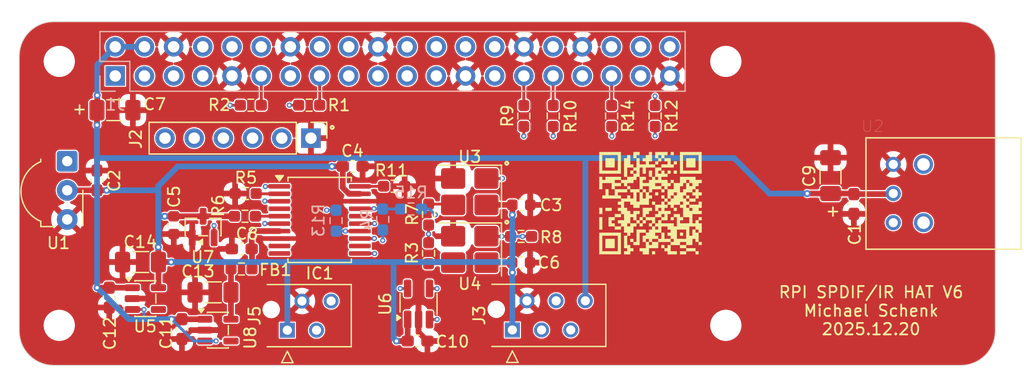
<source format=kicad_pcb>
(kicad_pcb (version 20241229) (generator "pcbnew") (generator_version "9.0")
  (title_block (date "2025-12-20"))
  (layers (0 "F.Cu" signal) (4 "In1.Cu" signal) (6 "In2.Cu" signal) (2 "B.Cu" signal) (13 "F.Paste" user) (15 "B.Paste" user) (5 "F.SilkS" user "F.Silkscreen") (7 "B.SilkS" user "B.Silkscreen") (1 "F.Mask" user) (3 "B.Mask" user) (25 "Edge.Cuts" user))
  (net 0 "")
  (net 1 "GND")
  (net 2 "/GPIO2{slash}SDA1")
  (net 3 "/GPIO3{slash}SCL1")
  (net 4 "/GPIO4{slash}GPCLK0")
  (net 5 "/GPIO14{slash}TXD0")
  (net 6 "/GPIO15{slash}RXD0")
  (net 7 "/GPIO17")
  (net 8 "/GPIO18{slash}PCM.CLK")
  (net 9 "/GPIO27")
  (net 10 "/GPIO22")
  (net 11 "/GPIO23")
  (net 12 "/GPIO26")
  (net 13 "/GPIO24")
  (net 14 "/GPIO10{slash}SPI0.MOSI")
  (net 15 "/GPIO9{slash}SPI0.MISO")
  (net 16 "/GPIO25")
  (net 17 "/GPIO11{slash}SPI0.SCLK")
  (net 18 "/GPIO8{slash}SPI0.CE0")
  (net 19 "/GPIO7{slash}SPI0.CE1")
  (net 20 "/ID_SDA")
  (net 21 "/ID_SCL")
  (net 22 "/GPIO5")
  (net 23 "/GPIO6")
  (net 24 "/GPIO12{slash}PWM0")
  (net 25 "/GPIO13{slash}PWM1")
  (net 26 "/GPIO19{slash}PCM.FS")
  (net 27 "/GPIO16")
  (net 28 "/GPIO20{slash}PCM.DIN")
  (net 29 "/GPIO21{slash}PCM.DOUT")
  (net 30 "+5V")
  (net 31 "+3V3")
  (net 32 "Net-(IC1-XIN)")
  (net 35 "Net-(IC1-GPO0{slash}SWIFMODE)")
  (net 36 "Net-(IC1-CSB{slash}GPO1)")
  (net 37 "Net-(IC1-RESETB)")
  (net 41 "Net-(IC1-RX0)")
  (net 42 "/IRIN")
  (net 43 "Net-(IC1-PVDD)")
  (net 47 "Net-(U4-CLK)")
  (net 48 "Net-(U3-CLK)")
  (net 49 "Net-(U4-INH)")
  (net 50 "Net-(U3-INH)")
  (net 51 "+3.3VP")
  (net 52 "+3.3VA")
  (net 55 "Net-(IC1-DIN)")
  (net 56 "Net-(IC1-BCLK)")
  (net 57 "Net-(IC1-LRCLK)")
  (net 58 "Net-(IC1-TX0)")
  (net 60 "/SPDIF-")
  (net 61 "/SPDIF+")
  (net 63 "Net-(U6-DIN)")
  (net 64 "Net-(U2-VIN)")
  (footprint "Capacitor_SMD:C_0603_1608Metric_Pad1.08x0.95mm_HandSolder" (layer "F.Cu") (at 172.641401 85.9265 -90)
    (property "Reference" "C1")
    (property "Value" "1uF/25V")
  )
  (footprint "Capacitor_SMD:C_1206_3216Metric_Pad1.33x1.80mm_HandSolder" (layer "F.Cu") (at 110.5677 90.983)
    (property "Reference" "C14")
    (property "Value" "10uF/25V")
  )
  (footprint "MountingHole:MountingHole_2.7mm_M2.5" (layer "F.Cu") (at 161.5 73.5)
    (property "Reference" "MH2" (hide yes))
    (property "Value" "MountingHole_2.7mm_M2.5" (hide yes))
  )
  (footprint "Capacitor_SMD:C_1206_3216Metric_Pad1.33x1.80mm_HandSolder" (layer "F.Cu") (at 108.3435 77.7496)
    (property "Reference" "C7")
    (property "Value" "47uF/6.3V")
  )
  (footprint "Resistor_SMD:R_0603_1608Metric_Pad0.98x0.95mm_HandSolder" (layer "F.Cu") (at 120.1695 77.3178)
    (property "Reference" "R2")
    (property "Value" "0R")
  )
  (footprint "Resistor_SMD:R_0603_1608Metric_Pad0.98x0.95mm_HandSolder" (layer "F.Cu") (at 119.6577 86.9952 180)
    (property "Reference" "R6")
    (property "Value" "10k")
  )
  (footprint "Capacitor_SMD:C_0603_1608Metric_Pad1.08x0.95mm_HandSolder" (layer "F.Cu") (at 134.6749 97.8664 180)
    (property "Reference" "C10")
    (property "Value" "1uF/25V")
  )
  (footprint "OptoDevice:Vishay_MOLD-3Pin" (layer "F.Cu") (at 104.191 82.1946 -90)
    (property "Reference" "U1")
    (property "Value" "TSOP32538")
  )
  (footprint "Resistor_SMD:R_0603_1608Metric_Pad0.98x0.95mm_HandSolder" (layer "F.Cu") (at 155.3466 78.2557 -90)
    (property "Reference" "R12")
    (property "Value" "33R")
  )
  (footprint "Package_TO_SOT_SMD:SOT-23-5" (layer "F.Cu") (at 117.3029 96.9164)
    (property "Reference" "U8")
    (property "Value" "NCP163ASN330T1G")
  )
  (footprint "kicad-snk:PLR135-T10_PLT133-T10W" (layer "F.Cu") (at 178.703 85.014 -90)
    (property "Reference" "U2")
    (property "Value" "PLT237/T10WH")
  )
  (footprint "Capacitor_SMD:C_0603_1608Metric_Pad1.08x0.95mm_HandSolder" (layer "F.Cu") (at 107.8486 94.0807 90)
    (property "Reference" "C12")
    (property "Value" "1uF/25V")
  )
  (footprint "Resistor_SMD:R_0603_1608Metric_Pad0.98x0.95mm_HandSolder" (layer "F.Cu") (at 132.6371 84.379)
    (property "Reference" "R11")
    (property "Value" "10k")
  )
  (footprint "Resistor_SMD:R_0603_1608Metric_Pad0.98x0.95mm_HandSolder" (layer "F.Cu") (at 119.7123 85.014 180)
    (property "Reference" "R5")
    (property "Value" "10k")
  )
  (footprint "Resistor_SMD:R_0603_1608Metric_Pad0.98x0.95mm_HandSolder" (layer "F.Cu") (at 143.9166 78.2557 90)
    (property "Reference" "R9")
    (property "Value" "0R")
  )
  (footprint "Connector_PinHeader_2.54mm:PinHeader_1x06_P2.54mm_Vertical" (layer "F.Cu") (at 125.4 80.188 -90)
    (property "Reference" "J2")
    (property "Value" "TTL-232R-3V3")
  )
  (footprint "Resistor_SMD:R_0603_1608Metric_Pad0.98x0.95mm_HandSolder" (layer "F.Cu") (at 146.482 78.2557 90)
    (property "Reference" "R10")
    (property "Value" "0R")
  )
  (footprint "MountingHole:MountingHole_2.7mm_M2.5" (layer "F.Cu") (at 103.5 96.5)
    (property "Reference" "MH3" (hide yes))
    (property "Value" "MountingHole_2.7mm_M2.5" (hide yes))
  )
  (footprint "Capacitor_SMD:C_0603_1608Metric_Pad1.08x0.95mm_HandSolder" (layer "F.Cu") (at 114.1732 96.8261 90)
    (property "Reference" "C11")
    (property "Value" "1uF/25V")
  )
  (footprint "Package_TO_SOT_SMD:SOT-23-5" (layer "F.Cu") (at 110.9927 94.1682)
    (property "Reference" "U5")
    (property "Value" "NCP163ASN330T1G")
  )
  (footprint "MountingHole:MountingHole_2.7mm_M2.5" (layer "F.Cu") (at 103.5 73.5)
    (property "Reference" "MH1" (hide yes))
    (property "Value" "MountingHole_2.7mm_M2.5" (hide yes))
  )
  (footprint "LOGO" (layer "F.Cu") (at 154.9402 85.8522)
    (property "Reference" "G***" (hide yes))
    (property "Value" "LOGO" (hide yes))
  )
  (footprint "Capacitor_SMD:C_0603_1608Metric" (layer "F.Cu") (at 143.688 91.0338)
    (property "Reference" "C6")
    (property "Value" "1uF/25V")
  )
  (footprint "Capacitor_SMD:C_0603_1608Metric_Pad1.08x0.95mm_HandSolder" (layer "F.Cu") (at 129.0311 82.644045 180)
    (property "Reference" "C4")
    (property "Value" "1uF/25V")
  )
  (footprint "Resistor_SMD:R_0603_1608Metric_Pad0.98x0.95mm_HandSolder" (layer "F.Cu") (at 135.6362 86.8447 90)
    (property "Reference" "R7")
    (property "Value" "33R")
  )
  (footprint "Connector_TE-Connectivity:TE_Micro-MaTch_215079-4_2x02_P1.27mm_Vertical" (layer "F.Cu") (at 123.3456 96.9232 90)
    (property "Reference" "J5")
    (property "Value" "TE MicroMatch")
  )
  (footprint "Package_SO:SSOP-20_5.3x7.2mm_P0.65mm" (layer "F.Cu") (at 126.1568 87.312445)
    (property "Reference" "IC1")
    (property "Value" "WM8804GEDS_V")
  )
  (footprint "Capacitor_SMD:C_0603_1608Metric_Pad1.08x0.95mm_HandSolder" (layer "F.Cu") (at 119.3813 89.84)
    (property "Reference" "C8")
    (property "Value" "1uF/25V")
  )
  (footprint "Capacitor_SMD:C_0603_1608Metric" (layer "F.Cu") (at 143.701 86.0046)
    (property "Reference" "C3")
    (property "Value" "1uF/25V")
  )
  (footprint "Resistor_SMD:R_0603_1608Metric_Pad0.98x0.95mm_HandSolder" (layer "F.Cu") (at 151.562 78.2557 -90)
    (property "Reference" "R14")
    (property "Value" "33R")
  )
  (footprint "Package_TO_SOT_SMD:SOT-23" (layer "F.Cu") (at 116.0172 87.9327 90)
    (property "Reference" "U7")
    (property "Value" "APX809S-31SA-7")
  )
  (footprint "Capacitor_SMD:C_0603_1608Metric_Pad1.08x0.95mm_HandSolder" (layer "F.Cu") (at 106.7818 83.8721 -90)
    (property "Reference" "C2")
    (property "Value" "1uF/25V")
  )
  (footprint "MountingHole:MountingHole_2.7mm_M2.5" (layer "F.Cu") (at 161.5 96.5)
    (property "Reference" "MH4" (hide yes))
    (property "Value" "MountingHole_2.7mm_M2.5" (hide yes))
  )
  (footprint "Capacitor_SMD:C_0603_1608Metric" (layer "F.Cu") (at 113.462 87.7702 -90)
    (property "Reference" "C5")
    (property "Value" "1uF/25V")
  )
  (footprint "Resistor_SMD:R_0603_1608Metric_Pad0.98x0.95mm_HandSolder" (layer "F.Cu") (at 135.6362 90.2191 -90)
    (property "Reference" "R3")
    (property "Value" "33R")
  )
  (footprint "Capacitor_SMD:C_1206_3216Metric_Pad1.33x1.80mm_HandSolder" (layer "F.Cu") (at 170.609401 83.4515 90)
    (property "Reference" "C9")
    (property "Value" "47uF/6.3V")
  )
  (footprint "Crystal:Crystal_SMD_3225-4Pin_3.2x2.5mm_HandSoldering" (layer "F.Cu") (at 139.2198 89.8838 180)
    (property "Reference" "U4")
    (property "Value" "KC3225Z22.5792C15XXK")
  )
  (footprint "Resistor_SMD:R_0603_1608Metric_Pad0.98x0.95mm_HandSolder" (layer "F.Cu") (at 125.2457 77.3178)
    (property "Reference" "R1")
    (property "Value" "0R")
  )
  (footprint "Capacitor_SMD:C_1206_3216Metric_Pad1.33x1.80mm_HandSolder" (layer "F.Cu") (at 116.8779 93.6246)
    (property "Reference" "C13")
    (property "Value" "10uF/25V")
  )
  (footprint "Package_TO_SOT_SMD:SOT-23-5_HandSoldering" (layer "F.Cu") (at 134.7624 94.6368 90)
    (property "Reference" "U6")
    (property "Value" "FIN1001")
  )
  (footprint "Crystal:Crystal_SMD_3225-4Pin_3.2x2.5mm_HandSoldering" (layer "F.Cu") (at 139.2198 84.8546 180)
    (property "Reference" "U3")
    (property "Value" "KC3225Z24.5760C1KX00")
  )
  (footprint "Connector_TE-Connectivity:TE_Micro-MaTch_215079-6_2x03_P1.27mm_Vertical" (layer "F.Cu") (at 142.926 96.9012 90)
    (property "Reference" "J3")
    (property "Value" "TE MicroMatch")
  )
  (footprint "Resistor_SMD:R_0603_1608Metric_Pad0.98x0.95mm_HandSolder" (layer "F.Cu") (at 143.6861 88.7478)
    (property "Reference" "R8")
    (property "Value" "10k")
  )
  (footprint "Resistor_SMD:R_0603_1608Metric_Pad0.98x0.95mm_HandSolder" (layer "F.Cu") (at 119.3567 91.5926 180)
    (property "Reference" "FB1")
    (property "Value" "1k@100MHz")
  )
  (footprint "Connector_PinSocket_2.54mm:PinSocket_2x20_P2.54mm_Vertical" (layer "B.Cu") (at 108.37 74.77 -90)
    (property "Reference" "J1")
    (property "Value" "GPIO")
  )
  (footprint "Resistor_SMD:R_0603_1608Metric_Pad0.98x0.95mm_HandSolder" (layer "B.Cu") (at 134.1103 86.3602 180)
    (property "Reference" "R15")
    (property "Value" "0R")
  )
  (footprint "Resistor_SMD:R_0603_1608Metric_Pad0.98x0.95mm_HandSolder" (layer "B.Cu") (at 131.6484 87.2727 90)
    (property "Reference" "R4")
    (property "Value" "0R")
  )
  (footprint "Resistor_SMD:R_0603_1608Metric_Pad0.98x0.95mm_HandSolder" (layer "B.Cu") (at 127.5844 87.3781 -90)
    (property "Reference" "R13")
    (property "Value" "33R")
  )
  (gr_line (start 181.963 100) (end 103 100) (stroke (width 0.05)) (layer "Edge.Cuts"))
  (gr_line (start 100 97) (end 100 73.028) (stroke (width 0.05)) (layer "Edge.Cuts"))
  (gr_arc (start 181.963 70.028) (mid 184.08432 70.90668) (end 184.963 73.028) (stroke (width 0.05)) (layer "Edge.Cuts"))
  (gr_arc (start 103 100) (mid 100.87868 99.12132) (end 100 97) (stroke (width 0.05)) (layer "Edge.Cuts"))
  (gr_line (start 184.963 73.028) (end 184.963 97) (stroke (width 0.05)) (layer "Edge.Cuts"))
  (gr_arc (start 184.963 97) (mid 184.08432 99.12132) (end 181.963 100) (stroke (width 0.05)) (layer "Edge.Cuts"))
  (gr_arc (start 100 73.028) (mid 100.87868 70.90668) (end 103 70.028) (stroke (width 0.05)) (layer "Edge.Cuts"))
  (gr_line (start 103 70.028) (end 181.963 70.028) (stroke (width 0.05)) (layer "Edge.Cuts"))
  (gr_text "°" (at 126.7716 80.2388 0) (layer "F.SilkS") (effects (font (size 1 1)) (justify left bottom)))
  (gr_text "°" (at 141.9608 83.363 0) (layer "F.SilkS") (effects (font (size 1 1)) (justify left bottom)))
  (gr_text "+" (at 104.5466 78.2068 0) (layer "F.SilkS") (effects (font (size 1 1)) (justify left bottom)))
  (gr_text "°" (at 141.9608 88.4938 0) (layer "F.SilkS") (effects (font (size 1 1)) (justify left bottom)))
  (gr_text "RPI SPDIF/IR HAT V6\nMichael Schenk\n2025.12.20" (at 174.1426 95.2248 0) (layer "F.SilkS") (effects (font (size 1 1))))
  (gr_text "+" (at 170.104 87.0968 0) (layer "F.SilkS") (effects (font (size 1 1)) (justify left bottom)))
  (segment (start 114.9454 96.9164) (end 114.1732 97.6886) (width 0.5) (layer "F.Cu") (net 1))
  (segment (start 114.7422 88.5452) (end 115.0672 88.8702) (width 0.5) (layer "F.Cu") (net 1))
  (segment (start 116.1654 96.9164) (end 114.9454 96.9164) (width 0.5) (layer "F.Cu") (net 1))
  (segment (start 113.462 88.5452) (end 114.7422 88.5452) (width 0.5) (layer "F.Cu") (net 1))
  (segment (start 134.7624 95.9868) (end 134.7624 94.5492) (width 0.5) (layer "F.Cu") (net 1))
  (segment (start 117.4904 96.9164) (end 117.526 96.952) (width 0.5) (layer "F.Cu") (net 1))
  (segment (start 116.1654 96.9164) (end 117.4904 96.9164) (width 0.5) (layer "F.Cu") (net 1))
  (segment (start 134.7624 94.5492) (end 134.7726 94.539) (width 0.5) (layer "F.Cu") (net 1))
  (segment (start 134.7624 97.0914) (end 135.5374 97.8664) (width 0.5) (layer "F.Cu") (net 1))
  (segment (start 134.7624 95.9868) (end 134.7624 97.0914) (width 0.5) (layer "F.Cu") (net 1))
  (segment (start 122.6568 85.687445) (end 121.399845 85.687445) (width 0.25) (layer "F.Cu") (net 2))
  (segment (start 121.399845 85.687445) (end 121.3868 85.6744) (width 0.25) (layer "F.Cu") (net 2))
  (via (at 121.3868 85.6744) (size 0.45) (drill 0.225) (layers "F.Cu" "B.Cu") (net 2))
  (segment (start 122.6568 84.387445) (end 121.454555 84.387445) (width 0.25) (layer "F.Cu") (net 3))
  (segment (start 121.454555 84.387445) (end 121.4376 84.4044) (width 0.25) (layer "F.Cu") (net 3))
  (via (at 121.4376 84.4044) (size 0.45) (drill 0.225) (layers "F.Cu" "B.Cu") (net 3))
  (segment (start 121.082 74.782) (end 121.07 74.77) (width 0.25) (layer "F.Cu") (net 7))
  (segment (start 121.082 77.3178) (end 121.082 74.782) (width 0.25) (layer "F.Cu") (net 7))
  (via (at 126.7716 86.4618) (size 0.45) (drill 0.225) (layers "F.Cu" "B.Cu") (net 8))
  (segment (start 127.5844 86.4656) (end 126.7754 86.4656) (width 0.25) (layer "B.Cu") (net 8))
  (segment (start 126.7754 86.4656) (end 126.7716 86.4618) (width 0.25) (layer "B.Cu") (net 8))
  (segment (start 126.1582 77.3178) (end 126.1582 74.7782) (width 0.25) (layer "F.Cu") (net 10))
  (segment (start 126.1582 74.7782) (end 126.15 74.77) (width 0.25) (layer "F.Cu") (net 10))
  (segment (start 143.9166 77.3432) (end 143.9166 74.7834) (width 0.25) (layer "F.Cu") (net 22))
  (segment (start 143.9166 74.7834) (end 143.93 74.77) (width 0.25) (layer "F.Cu") (net 22))
  (segment (start 146.47 77.2296) (end 146.47 74.77) (width 0.25) (layer "F.Cu") (net 23))
  (segment (start 146.482 77.3432) (end 146.482 77.2416) (width 0.25) (layer "F.Cu") (net 23))
  (segment (start 146.482 77.2416) (end 146.47 77.2296) (width 0.25) (layer "F.Cu") (net 23))
  (segment (start 151.562 77.3432) (end 151.562 74.782) (width 0.25) (layer "F.Cu") (net 26))
  (segment (start 151.562 74.782) (end 151.55 74.77) (width 0.25) (layer "F.Cu") (net 26))
  (segment (start 155.3466 77.3432) (end 155.3466 76.5304) (width 0.25) (layer "F.Cu") (net 29))
  (via (at 155.3466 76.5304) (size 0.45) (drill 0.225) (layers "F.Cu" "B.Cu") (net 29))
  (segment (start 106.781 77.7496) (end 106.781 79.0442) (width 0.5) (layer "F.Cu") (net 30))
  (segment (start 109.8552 93.2182) (end 107.8486 93.2182) (width 0.5) (layer "F.Cu") (net 30))
  (segment (start 110.8662 95.1182) (end 110.8712 95.1232) (width 0.25) (layer "F.Cu") (net 30))
  (segment (start 109.8552 95.1182) (end 110.8662 95.1182) (width 0.25) (layer "F.Cu") (net 30))
  (segment (start 176.023 85.064) (end 176.073 85.014) (width 0.5) (layer "F.Cu") (net 30))
  (segment (start 114.1732 95.9636) (end 113.2864 95.9636) (width 0.5) (layer "F.Cu") (net 30))
  (segment (start 172.591401 85.014) (end 172.641401 85.064) (width 0.5) (layer "F.Cu") (net 30))
  (segment (start 106.781 79.0442) (end 106.7818 79.045) (width 0.5) (layer "F.Cu") (net 30))
  (segment (start 114.4272 95.9664) (end 116.1654 95.9664) (width 0.5) (layer "F.Cu") (net 30))
  (segment (start 172.641401 85.064) (end 176.023 85.064) (width 0.5) (layer "F.Cu") (net 30))
  (segment (start 106.8072 76.4542) (end 106.8072 77.7234) (width 0.5) (layer "F.Cu") (net 30))
  (segment (start 113.2864 95.9636) (end 113.2842 95.9614) (width 0.5) (layer "F.Cu") (net 30))
  (segment (start 170.609401 85.014) (end 172.591401 85.014) (width 0.5) (layer "F.Cu") (net 30))
  (segment (start 170.609401 85.014) (end 168.58 85.014) (width 0.5) (layer "F.Cu") (net 30))
  (segment (start 170.659401 85.064) (end 170.609401 85.014) (width 0.5) (layer "F.Cu") (net 30))
  (segment (start 172.691401 85.014) (end 172.641401 85.064) (width 0.5) (layer "F.Cu") (net 30))
  (segment (start 106.8072 77.7234) (end 106.781 77.7496) (width 0.5) (layer "F.Cu") (net 30))
  (segment (start 107.8486 93.2182) (end 106.789 93.2182) (width 0.5) (layer "F.Cu") (net 30))
  (segment (start 116.1654 97.8664) (end 117.145 97.8664) (width 0.25) (layer "F.Cu") (net 30))
  (via (at 113.2842 95.9614) (size 0.6) (drill 0.3) (layers "F.Cu" "B.Cu") (net 30))
  (via (at 106.7818 79.045) (size 0.6) (drill 0.3) (layers "F.Cu" "B.Cu") (net 30))
  (via (at 168.58 85.014) (size 0.6) (drill 0.3) (layers "F.Cu" "B.Cu") (net 30))
  (via (at 106.8072 76.4542) (size 0.6) (drill 0.3) (layers "F.Cu" "B.Cu") (net 30))
  (via (at 106.789 93.2182) (size 0.6) (drill 0.3) (layers "F.Cu" "B.Cu") (net 30))
  (via (at 110.8712 95.1232) (size 0.45) (drill 0.225) (layers "F.Cu" "B.Cu") (net 30))
  (via (at 117.145 97.8664) (size 0.45) (drill 0.225) (layers "F.Cu" "B.Cu") (net 30))
  (segment (start 149.276 94.3612) (end 149.276 81.9224) (width 0.5) (layer "B.Cu") (net 30))
  (segment (start 117.145 97.8664) (end 115.1892 97.8664) (width 0.25) (layer "B.Cu") (net 30))
  (segment (start 115.1892 97.8664) (end 113.2842 95.9614) (width 0.25) (layer "B.Cu") (net 30))
  (segment (start 108.37 72.23) (end 110.91 72.23) (width 0.5) (layer "B.Cu") (net 30))
  (segment (start 108.37 72.23) (end 106.8072 73.7928) (width 0.5) (layer "B.Cu") (net 30))
  (segment (start 110.8712 95.9614) (end 109.5322 95.9614) (width 0.5) (layer "B.Cu") (net 30))
  (segment (start 149.276 81.9224) (end 162.2118 81.9224) (width 0.5) (layer "B.Cu") (net 30))
  (segment (start 106.789 81.9224) (end 106.789 93.2182) (width 0.5) (layer "B.Cu") (net 30))
  (segment (start 109.5322 95.9614) (end 106.789 93.2182) (width 0.5) (layer "B.Cu") (net 30))
  (segment (start 106.7818 79.045) (end 106.7818 81.9152) (width 0.5) (layer "B.Cu") (net 30))
  (segment (start 149.276 81.9224) (end 106.789 81.9224) (width 0.5) (layer "B.Cu") (net 30))
  (segment (start 106.789 81.9224) (end 106.7818 81.9152) (width 0.5) (layer "B.Cu") (net 30))
  (segment (start 113.2842 95.9614) (end 110.8712 95.9614) (width 0.5) (layer "B.Cu") (net 30))
  (segment (start 110.8712 95.1232) (end 110.8712 95.9614) (width 0.25) (layer "B.Cu") (net 30))
  (segment (start 106.8072 73.7928) (end 106.8072 76.4542) (width 0.5) (layer "B.Cu") (net 30))
  (segment (start 162.2118 81.9224) (end 165.3034 85.014) (width 0.5) (layer "B.Cu") (net 30))
  (segment (start 165.3034 85.014) (end 168.58 85.014) (width 0.5) (layer "B.Cu") (net 30))
  (segment (start 106.7818 84.7346) (end 107.62 84.7346) (width 0.5) (layer "F.Cu") (net 31))
  (segment (start 142.913 91.8844) (end 142.926 91.8974) (width 0.5) (layer "F.Cu") (net 31))
  (segment (start 118.7452 86.9952) (end 116.0172 86.9952) (width 0.5) (layer "F.Cu") (net 31))
  (segment (start 142.913 91.0338) (end 142.913 91.8844) (width 0.5) (layer "F.Cu") (net 31))
  (segment (start 132.8422 97.8664) (end 133.8124 97.8664) (width 0.5) (layer "F.Cu") (net 31))
  (segment (start 129.6568 85.037445) (end 128.706801 85.037445) (width 0.5) (layer "F.Cu") (net 31))
  (segment (start 128.1686 84.499244) (end 128.1686 82.644045) (width 0.5) (layer "F.Cu") (net 31))
  (segment (start 133.8124 97.8664) (end 133.8124 95.9868) (width 0.5) (layer "F.Cu") (net 31))
  (segment (start 128.1686 82.644045) (end 127.236555 82.644045) (width 0.5) (layer "F.Cu") (net 31))
  (segment (start 142.926 86.8682) (end 142.926 86.0046) (width 0.5) (layer "F.Cu") (net 31))
  (segment (start 144.5986 88.7478) (end 143.815 88.7478) (width 0.25) (layer "F.Cu") (net 31))
  (segment (start 128.706801 85.037445) (end 128.1686 84.499244) (width 0.5) (layer "F.Cu") (net 31))
  (segment (start 112.1158 89.6876) (end 112.1158 90.9686) (width 0.5) (layer "F.Cu") (net 31))
  (segment (start 127.236555 82.644045) (end 127.2288 82.6518) (width 0.5) (layer "F.Cu") (net 31))
  (segment (start 104.191 84.7346) (end 106.7818 84.7346) (width 0.5) (layer "F.Cu") (net 31))
  (segment (start 113.462 86.9952) (end 112.6746 86.9952) (width 0.5) (layer "F.Cu") (net 31))
  (segment (start 112.1302 93.2182) (end 112.1302 90.983) (width 0.5) (layer "F.Cu") (net 31))
  (segment (start 142.926 86.0046) (end 140.6698 86.0046) (width 0.5) (layer "F.Cu") (net 31))
  (segment (start 140.6698 91.0338) (end 142.913 91.0338) (width 0.5) (layer "F.Cu") (net 31))
  (segment (start 112.1158 90.9686) (end 112.1302 90.983) (width 0.5) (layer "F.Cu") (net 31))
  (segment (start 116.0172 86.9952) (end 113.462 86.9952) (width 0.5) (layer "F.Cu") (net 31))
  (segment (start 112.1302 90.983) (end 113.2334 90.983) (width 0.5) (layer "F.Cu") (net 31))
  (via (at 132.8422 97.8664) (size 0.6) (drill 0.3) (layers "F.Cu" "B.Cu") (net 31))
  (via (at 143.815 88.7478) (size 0.45) (drill 0.225) (layers "F.Cu" "B.Cu") (net 31))
  (via (at 127.2288 82.6518) (size 0.6) (drill 0.3) (layers "F.Cu" "B.Cu") (net 31))
  (via (at 113.2334 90.983) (size 0.6) (drill 0.3) (layers "F.Cu" "B.Cu") (net 31))
  (via (at 107.62 84.7346) (size 0.6) (drill 0.3) (layers "F.Cu" "B.Cu") (net 31))
  (via (at 142.926 86.8682) (size 0.6) (drill 0.3) (layers "F.Cu" "B.Cu") (net 31))
  (via (at 112.6746 86.9952) (size 0.6) (drill 0.3) (layers "F.Cu" "B.Cu") (net 31))
  (via (at 142.926 91.8974) (size 0.6) (drill 0.3) (layers "F.Cu" "B.Cu") (net 31))
  (via (at 112.1158 89.6876) (size 0.6) (drill 0.3) (layers "F.Cu" "B.Cu") (net 31))
  (segment (start 132.5882 91.0084) (end 132.6136 90.983) (width 0.5) (layer "B.Cu") (net 31))
  (segment (start 142.926 96.9012) (end 142.926 91.8974) (width 0.5) (layer "B.Cu") (net 31))
  (segment (start 112.1158 84.3536) (end 113.8176 82.6518) (width 0.5) (layer "B.Cu") (net 31))
  (segment (start 107.62 84.7346) (end 112.1158 84.7346) (width 0.5) (layer "B.Cu") (net 31))
  (segment (start 142.926 91.0084) (end 142.926 88.7732) (width 0.5) (layer "B.Cu") (net 31))
  (segment (start 142.9514 88.7478) (end 142.926 88.7732) (width 0.25) (layer "B.Cu") (net 31))
  (segment (start 123.3456 96.9232) (end 123.3456 91.0114) (width 0.5) (layer "B.Cu") (net 31))
  (segment (start 143.815 88.7478) (end 142.9514 88.7478) (width 0.25) (layer "B.Cu") (net 31))
  (segment (start 113.2334 90.983) (end 123.3172 90.983) (width 0.5) (layer "B.Cu") (net 31))
  (segment (start 113.8176 82.6518) (end 127.2288 82.6518) (width 0.5) (layer "B.Cu") (net 31))
  (segment (start 112.6746 86.9952) (end 112.1158 86.9952) (width 0.5) (layer "B.Cu") (net 31))
  (segment (start 132.6136 90.983) (end 142.9006 90.983) (width 0.5) (layer "B.Cu") (net 31))
  (segment (start 112.1158 89.6876) (end 112.1158 86.9952) (width 0.5) (layer "B.Cu") (net 31))
  (segment (start 132.5882 97.6124) (end 132.5882 91.0084) (width 0.5) (layer "B.Cu") (net 31))
  (segment (start 112.1158 84.7346) (end 112.1158 84.3536) (width 0.5) (layer "B.Cu") (net 31))
  (segment (start 142.926 91.8974) (end 142.926 91.0084) (width 0.5) (layer "B.Cu") (net 31))
  (segment (start 142.9006 90.983) (end 142.926 91.0084) (width 0.5) (layer "B.Cu") (net 31))
  (segment (start 142.926 88.7732) (end 142.926 86.8682) (width 0.5) (layer "B.Cu") (net 31))
  (segment (start 123.3172 90.983) (end 132.6136 90.983) (width 0.5) (layer "B.Cu") (net 31))
  (segment (start 132.8422 97.8664) (end 132.5882 97.6124) (width 0.5) (layer "B.Cu") (net 31))
  (segment (start 123.3456 91.0114) (end 123.3172 90.983) (width 0.5) (layer "B.Cu") (net 31))
  (segment (start 112.1158 86.9952) (end 112.1158 84.7346) (width 0.5) (layer "B.Cu") (net 31))
  (segment (start 130.928245 90.237445) (end 130.9372 90.2464) (width 0.25) (layer "F.Cu") (net 32))
  (segment (start 135.6362 88.5446) (end 135.6362 87.7572) (width 0.25) (layer "F.Cu") (net 32))
  (segment (start 135.6362 89.3066) (end 135.6362 88.5446) (width 0.25) (layer "F.Cu") (net 32))
  (segment (start 129.6568 90.237445) (end 130.928245 90.237445) (width 0.25) (layer "F.Cu") (net 32))
  (via (at 135.6362 88.5446) (size 0.45) (drill 0.225) (layers "F.Cu" "B.Cu") (net 32))
  (via (at 130.9372 90.2464) (size 0.45) (drill 0.225) (layers "F.Cu" "B.Cu") (net 32))
  (segment (start 120.648245 85.037445) (end 120.6248 85.014) (width 0.25) (layer "F.Cu") (net 35))
  (segment (start 122.6568 85.037445) (end 120.648245 85.037445) (width 0.25) (layer "F.Cu") (net 35))
  (segment (start 120.577955 86.987445) (end 120.5702 86.9952) (width 0.25) (layer "F.Cu") (net 36))
  (segment (start 122.6568 86.987445) (end 120.577955 86.987445) (width 0.25) (layer "F.Cu") (net 36))
  (segment (start 121.394045 87.637445) (end 121.3868 87.6302) (width 0.25) (layer "F.Cu") (net 37))
  (segment (start 116.9672 87.808) (end 116.9672 88.8702) (width 0.25) (layer "F.Cu") (net 37))
  (segment (start 122.6568 87.637445) (end 121.394045 87.637445) (width 0.25) (layer "F.Cu") (net 37))
  (via (at 121.3868 87.6302) (size 0.45) (drill 0.225) (layers "F.Cu" "B.Cu") (net 37))
  (via (at 116.9672 87.808) (size 0.45) (drill 0.225) (layers "F.Cu" "B.Cu") (net 37))
  (segment (start 131.716155 84.387445) (end 131.7246 84.379) (width 0.25) (layer "F.Cu") (net 41))
  (segment (start 129.6568 84.387445) (end 131.716155 84.387445) (width 0.25) (layer "F.Cu") (net 41))
  (segment (start 119.257 77.3178) (end 118.3642 77.3178) (width 0.25) (layer "F.Cu") (net 42))
  (segment (start 124.3332 77.3178) (end 123.5204 77.3178) (width 0.25) (layer "F.Cu") (net 42))
  (via (at 118.3642 77.3178) (size 0.45) (drill 0.225) (layers "F.Cu" "B.Cu") (net 42))
  (via (at 123.5204 77.3178) (size 0.45) (drill 0.225) (layers "F.Cu" "B.Cu") (net 42))
  (segment (start 120.577155 88.287445) (end 122.6568 88.287445) (width 0.5) (layer "F.Cu") (net 43))
  (segment (start 120.2692 91.5926) (end 120.2692 89.8654) (width 0.5) (layer "F.Cu") (net 43))
  (segment (start 120.2692 89.8654) (end 120.2438 89.84) (width 0.5) (layer "F.Cu") (net 43))
  (segment (start 120.2438 88.6208) (end 120.577155 88.287445) (width 0.5) (layer "F.Cu") (net 43))
  (segment (start 120.2438 89.84) (end 120.2438 88.6208) (width 0.5) (layer "F.Cu") (net 43))
  (segment (start 137.672 91.1316) (end 137.7698 91.0338) (width 0.25) (layer "F.Cu") (net 47))
  (segment (start 135.6362 91.1316) (end 137.672 91.1316) (width 0.25) (layer "F.Cu") (net 47))
  (segment (start 135.6362 85.9322) (end 137.6974 85.9322) (width 0.25) (layer "F.Cu") (net 48))
  (segment (start 137.6974 85.9322) (end 137.7698 86.0046) (width 0.25) (layer "F.Cu") (net 48))
  (segment (start 142.0116 88.7478) (end 140.6838 88.7478) (width 0.25) (layer "F.Cu") (net 49))
  (segment (start 143.9166 80.0102) (end 143.9166 79.1682) (width 0.25) (layer "F.Cu") (net 49))
  (segment (start 142.7736 88.7478) (end 142.0116 88.7478) (width 0.25) (layer "F.Cu") (net 49))
  (segment (start 140.6838 88.7478) (end 140.6698 88.7338) (width 0.25) (layer "F.Cu") (net 49))
  (via (at 142.0116 88.7478) (size 0.45) (drill 0.225) (layers "F.Cu" "B.Cu") (net 49))
  (via (at 143.9166 80.0102) (size 0.45) (drill 0.225) (layers "F.Cu" "B.Cu") (net 49))
  (segment (start 146.482 80.0102) (end 146.482 79.1682) (width 0.25) (layer "F.Cu") (net 50))
  (segment (start 140.6698 83.7046) (end 142.051 83.7046) (width 0.25) (layer "F.Cu") (net 50))
  (segment (start 142.051 83.7046) (end 142.0624 83.6932) (width 0.25) (layer "F.Cu") (net 50))
  (via (at 142.0624 83.6932) (size 0.45) (drill 0.225) (layers "F.Cu" "B.Cu") (net 50))
  (via (at 146.482 80.0102) (size 0.45) (drill 0.225) (layers "F.Cu" "B.Cu") (net 50))
  (segment (start 118.4404 95.9664) (end 118.4404 93.904) (width 0.5) (layer "F.Cu") (net 52))
  (segment (start 118.4404 93.6246) (end 118.4404 91.5964) (width 0.5) (layer "F.Cu") (net 52))
  (segment (start 118.4404 91.5964) (end 118.4442 91.5926) (width 0.5) (layer "F.Cu") (net 52))
  (segment (start 130.899955 88.937445) (end 130.9118 88.9256) (width 0.25) (layer "F.Cu") (net 55))
  (segment (start 155.3466 79.9848) (end 155.3466 79.1682) (width 0.25) (layer "F.Cu") (net 55))
  (segment (start 129.6568 88.937445) (end 130.899955 88.937445) (width 0.25) (layer "F.Cu") (net 55))
  (via (at 155.3466 79.9848) (size 0.45) (drill 0.225) (layers "F.Cu" "B.Cu") (net 55))
  (via (at 130.9118 88.9256) (size 0.45) (drill 0.225) (layers "F.Cu" "B.Cu") (net 55))
  (segment (start 128.400355 88.287445) (end 128.3972 88.2906) (width 0.25) (layer "F.Cu") (net 56))
  (segment (start 129.6568 88.287445) (end 128.400355 88.287445) (width 0.25) (layer "F.Cu") (net 56))
  (via (at 128.3972 88.2906) (size 0.45) (drill 0.225) (layers "F.Cu" "B.Cu") (net 56))
  (segment (start 128.3972 88.2906) (end 127.5844 88.2906) (width 0.25) (layer "B.Cu") (net 56))
  (segment (start 151.5874 80.0102) (end 151.5874 79.1936) (width 0.25) (layer "F.Cu") (net 57))
  (segment (start 151.5874 79.1936) (end 151.562 79.1682) (width 0.25) (layer "F.Cu") (net 57))
  (segment (start 129.6568 87.637445) (end 130.929955 87.637445) (width 0.25) (layer "F.Cu") (net 57))
  (segment (start 130.929955 87.637445) (end 130.9372 87.6302) (width 0.25) (layer "F.Cu") (net 57))
  (via (at 151.5874 80.0102) (size 0.45) (drill 0.225) (layers "F.Cu" "B.Cu") (net 57))
  (via (at 130.9372 87.6302) (size 0.45) (drill 0.225) (layers "F.Cu" "B.Cu") (net 57))
  (segment (start 129.6568 86.337445) (end 130.883755 86.337445) (width 0.25) (layer "F.Cu") (net 58))
  (segment (start 130.883755 86.337445) (end 130.8864 86.3348) (width 0.25) (layer "F.Cu") (net 58))
  (via (at 130.8864 86.3348) (size 0.45) (drill 0.225) (layers "F.Cu" "B.Cu") (net 58))
  (segment (start 131.6484 86.3602) (end 133.1978 86.3602) (width 0.25) (layer "B.Cu") (net 58))
  (segment (start 131.623 86.3348) (end 131.6484 86.3602) (width 0.25) (layer "B.Cu") (net 58))
  (segment (start 130.8864 86.3348) (end 131.623 86.3348) (width 0.25) (layer "B.Cu") (net 58))
  (segment (start 136.3728 95.9868) (end 135.7124 95.9868) (width 0.25) (layer "F.Cu") (net 60))
  (via (at 136.3728 95.9868) (size 0.45) (drill 0.225) (layers "F.Cu" "B.Cu") (net 60))
  (segment (start 136.3728 93.2944) (end 135.72 93.2944) (width 0.25) (layer "F.Cu") (net 61))
  (segment (start 135.72 93.2944) (end 135.7124 93.2868) (width 0.25) (layer "F.Cu") (net 61))
  (via (at 136.3728 93.2944) (size 0.45) (drill 0.225) (layers "F.Cu" "B.Cu") (net 61))
  (segment (start 133.8048 93.2944) (end 133.8124 93.2868) (width 0.25) (layer "F.Cu") (net 63))
  (segment (start 133.1724 93.2944) (end 133.8048 93.2944) (width 0.25) (layer "F.Cu") (net 63))
  (via (at 131.6484 89.1034) (size 0.45) (drill 0.225) (layers "F.Cu" "B.Cu") (net 63))
  (via (at 133.1724 93.2944) (size 0.45) (drill 0.225) (layers "F.Cu" "B.Cu") (net 63))
  (segment (start 131.6484 88.1852) (end 131.6484 89.1034) (width 0.25) (layer "B.Cu") (net 63))
  (via (at 136.2204 86.8682) (size 0.45) (drill 0.225) (layers "F.Cu" "B.Cu") (net 64))
  (segment (start 135.0228 86.3602) (end 135.7124 86.3602) (width 0.25) (layer "B.Cu") (net 64))
  (segment (start 135.7124 86.3602) (end 136.2204 86.8682) (width 0.25) (layer "B.Cu") (net 64))
  (zone (net 1) (net_name "GND") (layer "F.Cu") (connect_pads (clearance 0)) (min_thickness 0.25) (fill yes (thermal_gap 0.5) (thermal_bridge_width 0.5))
    (polygon (pts (xy 100 70.028) (xy 100 100) (xy 184.963 100) (xy 184.963 70.028)))
  )
)
</source>
